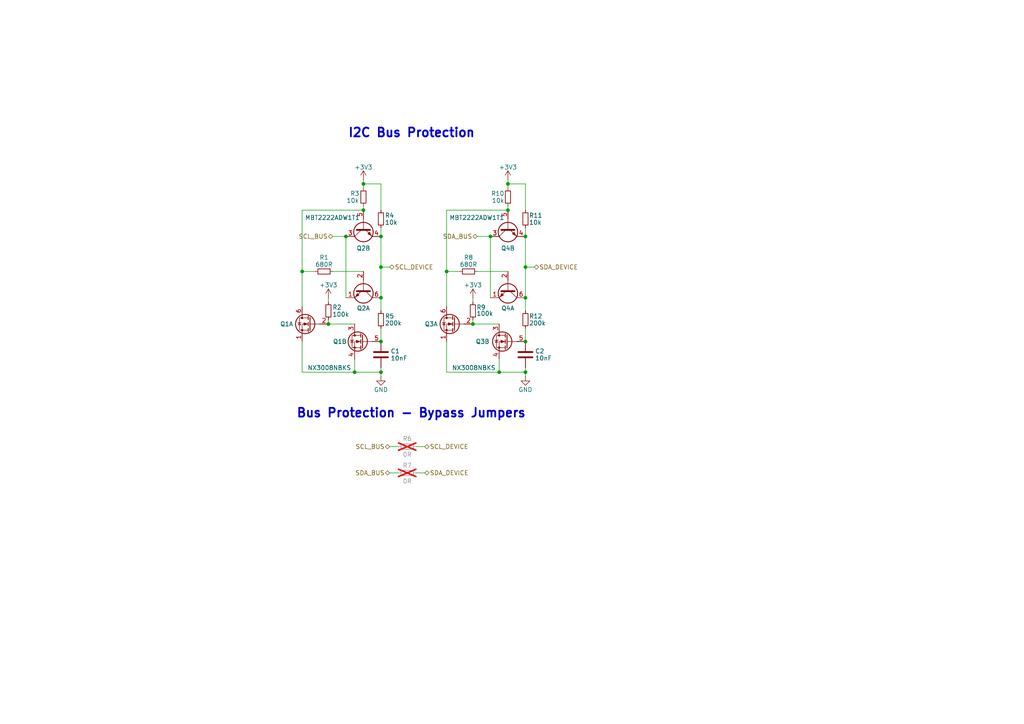
<source format=kicad_sch>
(kicad_sch
	(version 20231120)
	(generator "eeschema")
	(generator_version "8.0")
	(uuid "12983a9b-fdec-4b42-9fc9-f7bc87c0d568")
	(paper "A4")
	(lib_symbols
		(symbol "Device:C"
			(pin_numbers hide)
			(pin_names
				(offset 0.254)
			)
			(exclude_from_sim no)
			(in_bom yes)
			(on_board yes)
			(property "Reference" "C"
				(at 0.635 2.54 0)
				(effects
					(font
						(size 1.27 1.27)
					)
					(justify left)
				)
			)
			(property "Value" "C"
				(at 0.635 -2.54 0)
				(effects
					(font
						(size 1.27 1.27)
					)
					(justify left)
				)
			)
			(property "Footprint" ""
				(at 0.9652 -3.81 0)
				(effects
					(font
						(size 1.27 1.27)
					)
					(hide yes)
				)
			)
			(property "Datasheet" "~"
				(at 0 0 0)
				(effects
					(font
						(size 1.27 1.27)
					)
					(hide yes)
				)
			)
			(property "Description" "Unpolarized capacitor"
				(at 0 0 0)
				(effects
					(font
						(size 1.27 1.27)
					)
					(hide yes)
				)
			)
			(property "ki_keywords" "cap capacitor"
				(at 0 0 0)
				(effects
					(font
						(size 1.27 1.27)
					)
					(hide yes)
				)
			)
			(property "ki_fp_filters" "C_*"
				(at 0 0 0)
				(effects
					(font
						(size 1.27 1.27)
					)
					(hide yes)
				)
			)
			(symbol "C_0_1"
				(polyline
					(pts
						(xy -2.032 -0.762) (xy 2.032 -0.762)
					)
					(stroke
						(width 0.508)
						(type default)
					)
					(fill
						(type none)
					)
				)
				(polyline
					(pts
						(xy -2.032 0.762) (xy 2.032 0.762)
					)
					(stroke
						(width 0.508)
						(type default)
					)
					(fill
						(type none)
					)
				)
			)
			(symbol "C_1_1"
				(pin passive line
					(at 0 3.81 270)
					(length 2.794)
					(name "~"
						(effects
							(font
								(size 1.27 1.27)
							)
						)
					)
					(number "1"
						(effects
							(font
								(size 1.27 1.27)
							)
						)
					)
				)
				(pin passive line
					(at 0 -3.81 90)
					(length 2.794)
					(name "~"
						(effects
							(font
								(size 1.27 1.27)
							)
						)
					)
					(number "2"
						(effects
							(font
								(size 1.27 1.27)
							)
						)
					)
				)
			)
		)
		(symbol "Device:Q_Dual_NMOS_S1G1D2S2G2D1"
			(pin_names
				(offset 0) hide)
			(exclude_from_sim no)
			(in_bom yes)
			(on_board yes)
			(property "Reference" "Q"
				(at 6.35 1.27 0)
				(effects
					(font
						(size 1.27 1.27)
					)
				)
			)
			(property "Value" "Q_Dual_NMOS_S1G1D2S2G2D1"
				(at 19.05 -1.27 0)
				(effects
					(font
						(size 1.27 1.27)
					)
				)
			)
			(property "Footprint" ""
				(at 5.08 0 0)
				(effects
					(font
						(size 1.27 1.27)
					)
					(hide yes)
				)
			)
			(property "Datasheet" "~"
				(at 5.08 0 0)
				(effects
					(font
						(size 1.27 1.27)
					)
					(hide yes)
				)
			)
			(property "Description" "Dual NMOS transistor, 6 pin package"
				(at 0 0 0)
				(effects
					(font
						(size 1.27 1.27)
					)
					(hide yes)
				)
			)
			(property "ki_keywords" "transistor NMOS N-MOS N-MOSFET"
				(at 0 0 0)
				(effects
					(font
						(size 1.27 1.27)
					)
					(hide yes)
				)
			)
			(property "ki_fp_filters" "TSOP* SC?70* SC?88* SOT?363*"
				(at 0 0 0)
				(effects
					(font
						(size 1.27 1.27)
					)
					(hide yes)
				)
			)
			(symbol "Q_Dual_NMOS_S1G1D2S2G2D1_0_1"
				(polyline
					(pts
						(xy 0.254 0) (xy -2.54 0)
					)
					(stroke
						(width 0)
						(type default)
					)
					(fill
						(type none)
					)
				)
				(polyline
					(pts
						(xy 0.254 1.905) (xy 0.254 -1.905)
					)
					(stroke
						(width 0.254)
						(type default)
					)
					(fill
						(type none)
					)
				)
				(polyline
					(pts
						(xy 0.762 -1.27) (xy 0.762 -2.286)
					)
					(stroke
						(width 0.254)
						(type default)
					)
					(fill
						(type none)
					)
				)
				(polyline
					(pts
						(xy 0.762 0.508) (xy 0.762 -0.508)
					)
					(stroke
						(width 0.254)
						(type default)
					)
					(fill
						(type none)
					)
				)
				(polyline
					(pts
						(xy 0.762 2.286) (xy 0.762 1.27)
					)
					(stroke
						(width 0.254)
						(type default)
					)
					(fill
						(type none)
					)
				)
				(polyline
					(pts
						(xy 2.54 2.54) (xy 2.54 1.778)
					)
					(stroke
						(width 0)
						(type default)
					)
					(fill
						(type none)
					)
				)
				(polyline
					(pts
						(xy 2.54 -2.54) (xy 2.54 0) (xy 0.762 0)
					)
					(stroke
						(width 0)
						(type default)
					)
					(fill
						(type none)
					)
				)
				(polyline
					(pts
						(xy 0.762 -1.778) (xy 3.302 -1.778) (xy 3.302 1.778) (xy 0.762 1.778)
					)
					(stroke
						(width 0)
						(type default)
					)
					(fill
						(type none)
					)
				)
				(polyline
					(pts
						(xy 1.016 0) (xy 2.032 0.381) (xy 2.032 -0.381) (xy 1.016 0)
					)
					(stroke
						(width 0)
						(type default)
					)
					(fill
						(type outline)
					)
				)
				(polyline
					(pts
						(xy 2.794 0.508) (xy 2.921 0.381) (xy 3.683 0.381) (xy 3.81 0.254)
					)
					(stroke
						(width 0)
						(type default)
					)
					(fill
						(type none)
					)
				)
				(polyline
					(pts
						(xy 3.302 0.381) (xy 2.921 -0.254) (xy 3.683 -0.254) (xy 3.302 0.381)
					)
					(stroke
						(width 0)
						(type default)
					)
					(fill
						(type none)
					)
				)
				(circle
					(center 1.651 0)
					(radius 2.794)
					(stroke
						(width 0.254)
						(type default)
					)
					(fill
						(type none)
					)
				)
				(circle
					(center 2.54 -1.778)
					(radius 0.254)
					(stroke
						(width 0)
						(type default)
					)
					(fill
						(type outline)
					)
				)
				(circle
					(center 2.54 1.778)
					(radius 0.254)
					(stroke
						(width 0)
						(type default)
					)
					(fill
						(type outline)
					)
				)
			)
			(symbol "Q_Dual_NMOS_S1G1D2S2G2D1_1_1"
				(pin passive line
					(at 2.54 -5.08 90)
					(length 2.54)
					(name "S"
						(effects
							(font
								(size 1.27 1.27)
							)
						)
					)
					(number "1"
						(effects
							(font
								(size 1.27 1.27)
							)
						)
					)
				)
				(pin input line
					(at -5.08 0 0)
					(length 2.54)
					(name "G"
						(effects
							(font
								(size 1.27 1.27)
							)
						)
					)
					(number "2"
						(effects
							(font
								(size 1.27 1.27)
							)
						)
					)
				)
				(pin passive line
					(at 2.54 5.08 270)
					(length 2.54)
					(name "D"
						(effects
							(font
								(size 1.27 1.27)
							)
						)
					)
					(number "6"
						(effects
							(font
								(size 1.27 1.27)
							)
						)
					)
				)
			)
			(symbol "Q_Dual_NMOS_S1G1D2S2G2D1_2_1"
				(pin passive line
					(at 2.54 5.08 270)
					(length 2.54)
					(name "D"
						(effects
							(font
								(size 1.27 1.27)
							)
						)
					)
					(number "3"
						(effects
							(font
								(size 1.27 1.27)
							)
						)
					)
				)
				(pin passive line
					(at 2.54 -5.08 90)
					(length 2.54)
					(name "S"
						(effects
							(font
								(size 1.27 1.27)
							)
						)
					)
					(number "4"
						(effects
							(font
								(size 1.27 1.27)
							)
						)
					)
				)
				(pin input line
					(at -5.08 0 0)
					(length 2.54)
					(name "G"
						(effects
							(font
								(size 1.27 1.27)
							)
						)
					)
					(number "5"
						(effects
							(font
								(size 1.27 1.27)
							)
						)
					)
				)
			)
		)
		(symbol "Device:R_Small"
			(pin_numbers hide)
			(pin_names
				(offset 0.254) hide)
			(exclude_from_sim no)
			(in_bom yes)
			(on_board yes)
			(property "Reference" "R"
				(at 0.762 0.508 0)
				(effects
					(font
						(size 1.27 1.27)
					)
					(justify left)
				)
			)
			(property "Value" "R_Small"
				(at 0.762 -1.016 0)
				(effects
					(font
						(size 1.27 1.27)
					)
					(justify left)
				)
			)
			(property "Footprint" ""
				(at 0 0 0)
				(effects
					(font
						(size 1.27 1.27)
					)
					(hide yes)
				)
			)
			(property "Datasheet" "~"
				(at 0 0 0)
				(effects
					(font
						(size 1.27 1.27)
					)
					(hide yes)
				)
			)
			(property "Description" "Resistor, small symbol"
				(at 0 0 0)
				(effects
					(font
						(size 1.27 1.27)
					)
					(hide yes)
				)
			)
			(property "ki_keywords" "R resistor"
				(at 0 0 0)
				(effects
					(font
						(size 1.27 1.27)
					)
					(hide yes)
				)
			)
			(property "ki_fp_filters" "R_*"
				(at 0 0 0)
				(effects
					(font
						(size 1.27 1.27)
					)
					(hide yes)
				)
			)
			(symbol "R_Small_0_1"
				(rectangle
					(start -0.762 1.778)
					(end 0.762 -1.778)
					(stroke
						(width 0.2032)
						(type default)
					)
					(fill
						(type none)
					)
				)
			)
			(symbol "R_Small_1_1"
				(pin passive line
					(at 0 2.54 270)
					(length 0.762)
					(name "~"
						(effects
							(font
								(size 1.27 1.27)
							)
						)
					)
					(number "1"
						(effects
							(font
								(size 1.27 1.27)
							)
						)
					)
				)
				(pin passive line
					(at 0 -2.54 90)
					(length 0.762)
					(name "~"
						(effects
							(font
								(size 1.27 1.27)
							)
						)
					)
					(number "2"
						(effects
							(font
								(size 1.27 1.27)
							)
						)
					)
				)
			)
		)
		(symbol "Transistor_BJT:MBT2222ADW1T1"
			(pin_names
				(offset 0) hide)
			(exclude_from_sim no)
			(in_bom yes)
			(on_board yes)
			(property "Reference" "Q"
				(at 5.08 1.27 0)
				(effects
					(font
						(size 1.27 1.27)
					)
					(justify left)
				)
			)
			(property "Value" "MBT2222ADW1T1"
				(at 5.08 -1.27 0)
				(effects
					(font
						(size 1.27 1.27)
					)
					(justify left)
				)
			)
			(property "Footprint" "Package_TO_SOT_SMD:SOT-363_SC-70-6"
				(at 5.08 2.54 0)
				(effects
					(font
						(size 1.27 1.27)
					)
					(hide yes)
				)
			)
			(property "Datasheet" "http://www.onsemi.com/pub_link/Collateral/MBT2222ADW1T1-D.PDF"
				(at 0 0 0)
				(effects
					(font
						(size 1.27 1.27)
					)
					(hide yes)
				)
			)
			(property "Description" "600mA IC, 40V Vce, Dual NPN/NPN Transistors, SOT-363"
				(at 0 0 0)
				(effects
					(font
						(size 1.27 1.27)
					)
					(hide yes)
				)
			)
			(property "ki_locked" ""
				(at 0 0 0)
				(effects
					(font
						(size 1.27 1.27)
					)
				)
			)
			(property "ki_keywords" "NPN/NPN Transistor"
				(at 0 0 0)
				(effects
					(font
						(size 1.27 1.27)
					)
					(hide yes)
				)
			)
			(property "ki_fp_filters" "SOT?363*"
				(at 0 0 0)
				(effects
					(font
						(size 1.27 1.27)
					)
					(hide yes)
				)
			)
			(symbol "MBT2222ADW1T1_0_1"
				(polyline
					(pts
						(xy 0.635 0) (xy -2.54 0)
					)
					(stroke
						(width 0)
						(type default)
					)
					(fill
						(type none)
					)
				)
				(polyline
					(pts
						(xy 0.635 0.635) (xy 2.54 2.54)
					)
					(stroke
						(width 0)
						(type default)
					)
					(fill
						(type none)
					)
				)
				(polyline
					(pts
						(xy 0.635 -0.635) (xy 2.54 -2.54) (xy 2.54 -2.54)
					)
					(stroke
						(width 0)
						(type default)
					)
					(fill
						(type none)
					)
				)
				(polyline
					(pts
						(xy 0.635 1.905) (xy 0.635 -1.905) (xy 0.635 -1.905)
					)
					(stroke
						(width 0.508)
						(type default)
					)
					(fill
						(type none)
					)
				)
				(polyline
					(pts
						(xy 1.27 -1.778) (xy 1.778 -1.27) (xy 2.286 -2.286) (xy 1.27 -1.778) (xy 1.27 -1.778)
					)
					(stroke
						(width 0)
						(type default)
					)
					(fill
						(type outline)
					)
				)
				(circle
					(center 1.27 0)
					(radius 2.8194)
					(stroke
						(width 0.254)
						(type default)
					)
					(fill
						(type none)
					)
				)
			)
			(symbol "MBT2222ADW1T1_1_1"
				(pin passive line
					(at 2.54 -5.08 90)
					(length 2.54)
					(name "E1"
						(effects
							(font
								(size 1.27 1.27)
							)
						)
					)
					(number "1"
						(effects
							(font
								(size 1.27 1.27)
							)
						)
					)
				)
				(pin input line
					(at -5.08 0 0)
					(length 2.54)
					(name "B1"
						(effects
							(font
								(size 1.27 1.27)
							)
						)
					)
					(number "2"
						(effects
							(font
								(size 1.27 1.27)
							)
						)
					)
				)
				(pin passive line
					(at 2.54 5.08 270)
					(length 2.54)
					(name "C1"
						(effects
							(font
								(size 1.27 1.27)
							)
						)
					)
					(number "6"
						(effects
							(font
								(size 1.27 1.27)
							)
						)
					)
				)
			)
			(symbol "MBT2222ADW1T1_2_1"
				(pin passive line
					(at 2.54 5.08 270)
					(length 2.54)
					(name "C2"
						(effects
							(font
								(size 1.27 1.27)
							)
						)
					)
					(number "3"
						(effects
							(font
								(size 1.27 1.27)
							)
						)
					)
				)
				(pin passive line
					(at 2.54 -5.08 90)
					(length 2.54)
					(name "E2"
						(effects
							(font
								(size 1.27 1.27)
							)
						)
					)
					(number "4"
						(effects
							(font
								(size 1.27 1.27)
							)
						)
					)
				)
				(pin input line
					(at -5.08 0 0)
					(length 2.54)
					(name "B2"
						(effects
							(font
								(size 1.27 1.27)
							)
						)
					)
					(number "5"
						(effects
							(font
								(size 1.27 1.27)
							)
						)
					)
				)
			)
		)
		(symbol "power:+3V3"
			(power)
			(pin_numbers hide)
			(pin_names
				(offset 0) hide)
			(exclude_from_sim no)
			(in_bom yes)
			(on_board yes)
			(property "Reference" "#PWR"
				(at 0 -3.81 0)
				(effects
					(font
						(size 1.27 1.27)
					)
					(hide yes)
				)
			)
			(property "Value" "+3V3"
				(at 0 3.556 0)
				(effects
					(font
						(size 1.27 1.27)
					)
				)
			)
			(property "Footprint" ""
				(at 0 0 0)
				(effects
					(font
						(size 1.27 1.27)
					)
					(hide yes)
				)
			)
			(property "Datasheet" ""
				(at 0 0 0)
				(effects
					(font
						(size 1.27 1.27)
					)
					(hide yes)
				)
			)
			(property "Description" "Power symbol creates a global label with name \"+3V3\""
				(at 0 0 0)
				(effects
					(font
						(size 1.27 1.27)
					)
					(hide yes)
				)
			)
			(property "ki_keywords" "global power"
				(at 0 0 0)
				(effects
					(font
						(size 1.27 1.27)
					)
					(hide yes)
				)
			)
			(symbol "+3V3_0_1"
				(polyline
					(pts
						(xy -0.762 1.27) (xy 0 2.54)
					)
					(stroke
						(width 0)
						(type default)
					)
					(fill
						(type none)
					)
				)
				(polyline
					(pts
						(xy 0 0) (xy 0 2.54)
					)
					(stroke
						(width 0)
						(type default)
					)
					(fill
						(type none)
					)
				)
				(polyline
					(pts
						(xy 0 2.54) (xy 0.762 1.27)
					)
					(stroke
						(width 0)
						(type default)
					)
					(fill
						(type none)
					)
				)
			)
			(symbol "+3V3_1_1"
				(pin power_in line
					(at 0 0 90)
					(length 0)
					(name "~"
						(effects
							(font
								(size 1.27 1.27)
							)
						)
					)
					(number "1"
						(effects
							(font
								(size 1.27 1.27)
							)
						)
					)
				)
			)
		)
		(symbol "power:GND"
			(power)
			(pin_numbers hide)
			(pin_names
				(offset 0) hide)
			(exclude_from_sim no)
			(in_bom yes)
			(on_board yes)
			(property "Reference" "#PWR"
				(at 0 -6.35 0)
				(effects
					(font
						(size 1.27 1.27)
					)
					(hide yes)
				)
			)
			(property "Value" "GND"
				(at 0 -3.81 0)
				(effects
					(font
						(size 1.27 1.27)
					)
				)
			)
			(property "Footprint" ""
				(at 0 0 0)
				(effects
					(font
						(size 1.27 1.27)
					)
					(hide yes)
				)
			)
			(property "Datasheet" ""
				(at 0 0 0)
				(effects
					(font
						(size 1.27 1.27)
					)
					(hide yes)
				)
			)
			(property "Description" "Power symbol creates a global label with name \"GND\" , ground"
				(at 0 0 0)
				(effects
					(font
						(size 1.27 1.27)
					)
					(hide yes)
				)
			)
			(property "ki_keywords" "global power"
				(at 0 0 0)
				(effects
					(font
						(size 1.27 1.27)
					)
					(hide yes)
				)
			)
			(symbol "GND_0_1"
				(polyline
					(pts
						(xy 0 0) (xy 0 -1.27) (xy 1.27 -1.27) (xy 0 -2.54) (xy -1.27 -1.27) (xy 0 -1.27)
					)
					(stroke
						(width 0)
						(type default)
					)
					(fill
						(type none)
					)
				)
			)
			(symbol "GND_1_1"
				(pin power_in line
					(at 0 0 270)
					(length 0)
					(name "~"
						(effects
							(font
								(size 1.27 1.27)
							)
						)
					)
					(number "1"
						(effects
							(font
								(size 1.27 1.27)
							)
						)
					)
				)
			)
		)
	)
	(junction
		(at 87.63 78.74)
		(diameter 0)
		(color 0 0 0 0)
		(uuid "15361930-8891-45a7-8c3a-852db99c90e2")
	)
	(junction
		(at 152.4 107.95)
		(diameter 0)
		(color 0 0 0 0)
		(uuid "199c4df1-d82e-49ef-a304-0378613d48c5")
	)
	(junction
		(at 137.16 93.98)
		(diameter 0)
		(color 0 0 0 0)
		(uuid "1f6001e0-a1e5-4694-ab07-b505d8ecce4d")
	)
	(junction
		(at 105.41 60.96)
		(diameter 0)
		(color 0 0 0 0)
		(uuid "20db717c-83ca-49d6-94e7-6458df7cb7c1")
	)
	(junction
		(at 95.25 93.98)
		(diameter 0)
		(color 0 0 0 0)
		(uuid "233b710d-5a35-41da-bd0f-616df524e61a")
	)
	(junction
		(at 129.54 78.74)
		(diameter 0)
		(color 0 0 0 0)
		(uuid "3d001fe0-b037-4216-a77b-bb74cf1e972f")
	)
	(junction
		(at 110.49 86.36)
		(diameter 0)
		(color 0 0 0 0)
		(uuid "3eda1eba-430f-481a-9528-0d4672aad5e4")
	)
	(junction
		(at 147.32 53.34)
		(diameter 0)
		(color 0 0 0 0)
		(uuid "532ec3f2-17b4-4eb1-9801-f07965ebad6a")
	)
	(junction
		(at 147.32 60.96)
		(diameter 0)
		(color 0 0 0 0)
		(uuid "5da3626b-e64b-46c5-bd7e-7f2a78ef9bd6")
	)
	(junction
		(at 110.49 99.06)
		(diameter 0)
		(color 0 0 0 0)
		(uuid "8c49a4c0-9746-4a77-9fab-eeca2d4bb021")
	)
	(junction
		(at 152.4 86.36)
		(diameter 0)
		(color 0 0 0 0)
		(uuid "8fcc1967-c88b-435f-9f35-53dd60f7dc11")
	)
	(junction
		(at 110.49 68.58)
		(diameter 0)
		(color 0 0 0 0)
		(uuid "ab5fd775-dbd7-4bf5-9419-5e0a58ad5970")
	)
	(junction
		(at 144.78 107.95)
		(diameter 0)
		(color 0 0 0 0)
		(uuid "cc39e75b-83f7-4968-b9fa-700a6770a0c1")
	)
	(junction
		(at 100.33 68.58)
		(diameter 0)
		(color 0 0 0 0)
		(uuid "d1c5c6ed-3b69-45a2-b7e6-1918aaa379f1")
	)
	(junction
		(at 142.24 68.58)
		(diameter 0)
		(color 0 0 0 0)
		(uuid "dd907263-ee92-4e9d-8637-e8313deedaa2")
	)
	(junction
		(at 152.4 68.58)
		(diameter 0)
		(color 0 0 0 0)
		(uuid "e5a8f256-d569-4478-818f-563fe9d58b5e")
	)
	(junction
		(at 102.87 107.95)
		(diameter 0)
		(color 0 0 0 0)
		(uuid "e843a646-0d1e-43d4-9023-d3d30390ad43")
	)
	(junction
		(at 110.49 77.47)
		(diameter 0)
		(color 0 0 0 0)
		(uuid "f062a704-adc9-4a14-bbc5-96e1270527e6")
	)
	(junction
		(at 152.4 99.06)
		(diameter 0)
		(color 0 0 0 0)
		(uuid "f43acdea-cdc1-42f4-9974-92079397a22f")
	)
	(junction
		(at 110.49 107.95)
		(diameter 0)
		(color 0 0 0 0)
		(uuid "f88cd23b-5fc0-4758-976b-d0ea04be983c")
	)
	(junction
		(at 105.41 53.34)
		(diameter 0)
		(color 0 0 0 0)
		(uuid "fb4d94be-8868-468d-9077-6a24fd12766e")
	)
	(junction
		(at 152.4 77.47)
		(diameter 0)
		(color 0 0 0 0)
		(uuid "ff448b77-ea8d-4f92-b51f-2d096b3919cc")
	)
	(wire
		(pts
			(xy 102.87 107.95) (xy 110.49 107.95)
		)
		(stroke
			(width 0)
			(type default)
		)
		(uuid "02007a50-4412-4cdd-8882-808cebbeb97a")
	)
	(wire
		(pts
			(xy 152.4 86.36) (xy 152.4 77.47)
		)
		(stroke
			(width 0)
			(type default)
		)
		(uuid "03ed7614-a5d4-40a7-b872-f19bd0eea592")
	)
	(wire
		(pts
			(xy 120.65 129.54) (xy 123.19 129.54)
		)
		(stroke
			(width 0)
			(type default)
		)
		(uuid "06d554fc-118a-43ac-9455-c808d3be819c")
	)
	(wire
		(pts
			(xy 87.63 78.74) (xy 91.44 78.74)
		)
		(stroke
			(width 0)
			(type default)
		)
		(uuid "074f6ed0-bc1f-480d-a2e0-ba337dfa6cfa")
	)
	(wire
		(pts
			(xy 152.4 66.04) (xy 152.4 68.58)
		)
		(stroke
			(width 0)
			(type default)
		)
		(uuid "079785c4-1910-4cf5-8cc5-b07fbb90edbe")
	)
	(wire
		(pts
			(xy 105.41 52.07) (xy 105.41 53.34)
		)
		(stroke
			(width 0)
			(type default)
		)
		(uuid "082600aa-f5dd-4244-9f1b-da21a15ab637")
	)
	(wire
		(pts
			(xy 144.78 107.95) (xy 152.4 107.95)
		)
		(stroke
			(width 0)
			(type default)
		)
		(uuid "0a30a4bd-acb4-44fd-8625-dbbd0fa40eab")
	)
	(wire
		(pts
			(xy 113.03 137.16) (xy 115.57 137.16)
		)
		(stroke
			(width 0)
			(type default)
		)
		(uuid "12ea2759-a1ea-42d5-97a6-fd78a00fcace")
	)
	(wire
		(pts
			(xy 105.41 53.34) (xy 105.41 54.61)
		)
		(stroke
			(width 0)
			(type default)
		)
		(uuid "1bb7346d-b887-4eea-9265-a205c73e40d6")
	)
	(wire
		(pts
			(xy 129.54 99.06) (xy 129.54 107.95)
		)
		(stroke
			(width 0)
			(type default)
		)
		(uuid "24d753cb-ac5b-4486-ab06-18d2f230e0dc")
	)
	(wire
		(pts
			(xy 87.63 99.06) (xy 87.63 107.95)
		)
		(stroke
			(width 0)
			(type default)
		)
		(uuid "2b2b88f5-a03f-4bbd-b770-cd784187a328")
	)
	(wire
		(pts
			(xy 137.16 93.98) (xy 144.78 93.98)
		)
		(stroke
			(width 0)
			(type default)
		)
		(uuid "2b2f1d38-ca93-48e3-bd66-047b9bf8dcef")
	)
	(wire
		(pts
			(xy 110.49 107.95) (xy 110.49 106.68)
		)
		(stroke
			(width 0)
			(type default)
		)
		(uuid "2b9ed723-29ff-45dc-a1d9-304527c6d6ef")
	)
	(wire
		(pts
			(xy 137.16 92.71) (xy 137.16 93.98)
		)
		(stroke
			(width 0)
			(type default)
		)
		(uuid "2bde3344-c3a2-4df1-8588-8dbcd0c8a498")
	)
	(wire
		(pts
			(xy 129.54 78.74) (xy 129.54 60.96)
		)
		(stroke
			(width 0)
			(type default)
		)
		(uuid "2cd6d8ec-8ea9-4131-941a-398a0e828412")
	)
	(wire
		(pts
			(xy 110.49 86.36) (xy 110.49 77.47)
		)
		(stroke
			(width 0)
			(type default)
		)
		(uuid "3003c316-1007-4334-a9ef-49c283d7f04b")
	)
	(wire
		(pts
			(xy 152.4 53.34) (xy 152.4 60.96)
		)
		(stroke
			(width 0)
			(type default)
		)
		(uuid "35c8e304-7b6e-4c12-9bd8-3e7af323cd0f")
	)
	(wire
		(pts
			(xy 113.03 129.54) (xy 115.57 129.54)
		)
		(stroke
			(width 0)
			(type default)
		)
		(uuid "3d1836ed-3c77-48d2-a6b9-07c2ab5acb8d")
	)
	(wire
		(pts
			(xy 152.4 86.36) (xy 152.4 90.17)
		)
		(stroke
			(width 0)
			(type default)
		)
		(uuid "4480f3f2-70fc-4837-9923-df3b4e3f61dc")
	)
	(wire
		(pts
			(xy 96.52 68.58) (xy 100.33 68.58)
		)
		(stroke
			(width 0)
			(type default)
		)
		(uuid "46ef5ebe-3f7d-4532-a5b8-fefe880a3b45")
	)
	(wire
		(pts
			(xy 129.54 78.74) (xy 133.35 78.74)
		)
		(stroke
			(width 0)
			(type default)
		)
		(uuid "48b8ed9b-4da7-4d86-bbc0-2f36b2b42857")
	)
	(wire
		(pts
			(xy 102.87 104.14) (xy 102.87 107.95)
		)
		(stroke
			(width 0)
			(type default)
		)
		(uuid "4cb6b82d-95c3-4719-8c41-80f1d63f3205")
	)
	(wire
		(pts
			(xy 95.25 92.71) (xy 95.25 93.98)
		)
		(stroke
			(width 0)
			(type default)
		)
		(uuid "59a9d621-863a-4f43-b27d-ea222552cd40")
	)
	(wire
		(pts
			(xy 100.33 68.58) (xy 100.33 86.36)
		)
		(stroke
			(width 0)
			(type default)
		)
		(uuid "5ade2dc0-990f-49eb-952e-881358c88d35")
	)
	(wire
		(pts
			(xy 152.4 109.22) (xy 152.4 107.95)
		)
		(stroke
			(width 0)
			(type default)
		)
		(uuid "5d9d0cc2-ed12-462a-8bd6-32a07f1c4993")
	)
	(wire
		(pts
			(xy 87.63 60.96) (xy 105.41 60.96)
		)
		(stroke
			(width 0)
			(type default)
		)
		(uuid "62d3f687-0584-41ee-b3f8-d53ee1d76ae0")
	)
	(wire
		(pts
			(xy 147.32 53.34) (xy 147.32 54.61)
		)
		(stroke
			(width 0)
			(type default)
		)
		(uuid "6e3e9815-1e11-4c54-988e-b581fd79273c")
	)
	(wire
		(pts
			(xy 147.32 59.69) (xy 147.32 60.96)
		)
		(stroke
			(width 0)
			(type default)
		)
		(uuid "6fd4e91f-3ed2-4e96-bfb8-6e932501a1ae")
	)
	(wire
		(pts
			(xy 142.24 68.58) (xy 142.24 86.36)
		)
		(stroke
			(width 0)
			(type default)
		)
		(uuid "7023e975-ad23-40b9-9342-909d835b3131")
	)
	(wire
		(pts
			(xy 105.41 53.34) (xy 110.49 53.34)
		)
		(stroke
			(width 0)
			(type default)
		)
		(uuid "805401a3-e248-4696-8c3b-16e8e175188b")
	)
	(wire
		(pts
			(xy 110.49 109.22) (xy 110.49 107.95)
		)
		(stroke
			(width 0)
			(type default)
		)
		(uuid "88b87f54-71d4-4ba8-baa9-a1c4ba7e97e0")
	)
	(wire
		(pts
			(xy 144.78 104.14) (xy 144.78 107.95)
		)
		(stroke
			(width 0)
			(type default)
		)
		(uuid "88bd220a-f4b8-4a79-be15-f326854a9b6b")
	)
	(wire
		(pts
			(xy 137.16 86.36) (xy 137.16 87.63)
		)
		(stroke
			(width 0)
			(type default)
		)
		(uuid "893d3ce4-a84d-4bef-ab36-985ad41a5587")
	)
	(wire
		(pts
			(xy 138.43 78.74) (xy 147.32 78.74)
		)
		(stroke
			(width 0)
			(type default)
		)
		(uuid "8d028b43-7ec6-4b41-9985-7872aa7fe4c6")
	)
	(wire
		(pts
			(xy 147.32 52.07) (xy 147.32 53.34)
		)
		(stroke
			(width 0)
			(type default)
		)
		(uuid "901e497d-6cfb-4970-b184-1a0d059348d5")
	)
	(wire
		(pts
			(xy 152.4 107.95) (xy 152.4 106.68)
		)
		(stroke
			(width 0)
			(type default)
		)
		(uuid "92f113f7-e6e8-4f72-a807-68dbfcd00238")
	)
	(wire
		(pts
			(xy 129.54 107.95) (xy 144.78 107.95)
		)
		(stroke
			(width 0)
			(type default)
		)
		(uuid "93b6c5c0-64ce-494b-a259-60595226d3ab")
	)
	(wire
		(pts
			(xy 96.52 78.74) (xy 105.41 78.74)
		)
		(stroke
			(width 0)
			(type default)
		)
		(uuid "963da098-8770-42a8-8bbe-6d24f77e5558")
	)
	(wire
		(pts
			(xy 110.49 95.25) (xy 110.49 99.06)
		)
		(stroke
			(width 0)
			(type default)
		)
		(uuid "9732c9c7-08ec-4678-a4dc-445dac41bfb7")
	)
	(wire
		(pts
			(xy 152.4 95.25) (xy 152.4 99.06)
		)
		(stroke
			(width 0)
			(type default)
		)
		(uuid "9f11dd1f-41ad-4df6-b4a1-062cfc681da1")
	)
	(wire
		(pts
			(xy 113.03 77.47) (xy 110.49 77.47)
		)
		(stroke
			(width 0)
			(type default)
		)
		(uuid "a0bd8dd6-da75-472a-ad28-f4ee8b15884b")
	)
	(wire
		(pts
			(xy 110.49 86.36) (xy 110.49 90.17)
		)
		(stroke
			(width 0)
			(type default)
		)
		(uuid "a8f8da40-d14c-445f-b9c3-7f2c3883a7ff")
	)
	(wire
		(pts
			(xy 154.94 77.47) (xy 152.4 77.47)
		)
		(stroke
			(width 0)
			(type default)
		)
		(uuid "af0bd146-1caa-4efc-9472-d7e2bcb5705e")
	)
	(wire
		(pts
			(xy 87.63 78.74) (xy 87.63 60.96)
		)
		(stroke
			(width 0)
			(type default)
		)
		(uuid "b0cf54c8-1bf9-4a83-81b3-3baa34918d95")
	)
	(wire
		(pts
			(xy 129.54 88.9) (xy 129.54 78.74)
		)
		(stroke
			(width 0)
			(type default)
		)
		(uuid "bec1165f-e830-4ee0-9988-681c9e6f66a7")
	)
	(wire
		(pts
			(xy 95.25 93.98) (xy 102.87 93.98)
		)
		(stroke
			(width 0)
			(type default)
		)
		(uuid "cfec430d-75de-4216-a2e5-598c41ab59cf")
	)
	(wire
		(pts
			(xy 152.4 77.47) (xy 152.4 68.58)
		)
		(stroke
			(width 0)
			(type default)
		)
		(uuid "d3c1ec7b-7982-4bdf-a82d-c9618bd72488")
	)
	(wire
		(pts
			(xy 120.65 137.16) (xy 123.19 137.16)
		)
		(stroke
			(width 0)
			(type default)
		)
		(uuid "d41b5d8d-6398-4b91-a6f3-0585bd957cf6")
	)
	(wire
		(pts
			(xy 110.49 77.47) (xy 110.49 68.58)
		)
		(stroke
			(width 0)
			(type default)
		)
		(uuid "d47ef5cf-3516-45b5-ba08-ad0548fe23d1")
	)
	(wire
		(pts
			(xy 110.49 53.34) (xy 110.49 60.96)
		)
		(stroke
			(width 0)
			(type default)
		)
		(uuid "d784f38d-8e4d-4d25-a228-4bee2481e91a")
	)
	(wire
		(pts
			(xy 87.63 88.9) (xy 87.63 78.74)
		)
		(stroke
			(width 0)
			(type default)
		)
		(uuid "d7dbd8e1-0474-445e-8b6e-1cb3e58474a9")
	)
	(wire
		(pts
			(xy 87.63 107.95) (xy 102.87 107.95)
		)
		(stroke
			(width 0)
			(type default)
		)
		(uuid "e0e89e58-3606-4c4c-9aef-99e361b62291")
	)
	(wire
		(pts
			(xy 110.49 66.04) (xy 110.49 68.58)
		)
		(stroke
			(width 0)
			(type default)
		)
		(uuid "e520b1fa-6ead-4cca-ba52-8d6d46d0f672")
	)
	(wire
		(pts
			(xy 129.54 60.96) (xy 147.32 60.96)
		)
		(stroke
			(width 0)
			(type default)
		)
		(uuid "ea2b5eca-3c26-4015-b5e2-cc6eba5fbbba")
	)
	(wire
		(pts
			(xy 105.41 59.69) (xy 105.41 60.96)
		)
		(stroke
			(width 0)
			(type default)
		)
		(uuid "ed4568d2-70f1-4034-b9d8-babf6c9e931a")
	)
	(wire
		(pts
			(xy 138.43 68.58) (xy 142.24 68.58)
		)
		(stroke
			(width 0)
			(type default)
		)
		(uuid "f147e92b-3b2a-480f-93e5-0a2a25b76917")
	)
	(wire
		(pts
			(xy 152.4 53.34) (xy 147.32 53.34)
		)
		(stroke
			(width 0)
			(type default)
		)
		(uuid "f3e7db7c-11d5-44a8-9ea4-59d5e3b5a346")
	)
	(wire
		(pts
			(xy 95.25 86.36) (xy 95.25 87.63)
		)
		(stroke
			(width 0)
			(type default)
		)
		(uuid "fa43c924-e3a5-4b54-91a8-e781ea21cc65")
	)
	(text "Bus Protection - Bypass Jumpers"
		(exclude_from_sim no)
		(at 85.852 121.412 0)
		(effects
			(font
				(size 2.54 2.54)
				(thickness 0.508)
				(bold yes)
			)
			(justify left bottom)
		)
		(uuid "53c98b96-6ca2-4029-8cbc-edcdfa88680d")
	)
	(text "I2C Bus Protection"
		(exclude_from_sim no)
		(at 100.838 40.132 0)
		(effects
			(font
				(size 2.54 2.54)
				(thickness 0.508)
				(bold yes)
			)
			(justify left bottom)
		)
		(uuid "8a9b6027-b0b4-4fca-b741-80be1d30d521")
	)
	(hierarchical_label "SCL_DEVICE"
		(shape bidirectional)
		(at 123.19 129.54 0)
		(effects
			(font
				(size 1.27 1.27)
			)
			(justify left)
		)
		(uuid "0f0e2b2d-bcd9-4412-a223-4c8ddb15c82c")
	)
	(hierarchical_label "SDA_DEVICE"
		(shape bidirectional)
		(at 154.94 77.47 0)
		(effects
			(font
				(size 1.27 1.27)
			)
			(justify left)
		)
		(uuid "2d67b78e-6efb-4198-88e3-a976746617b3")
	)
	(hierarchical_label "SCL_BUS"
		(shape bidirectional)
		(at 96.52 68.58 180)
		(effects
			(font
				(size 1.27 1.27)
			)
			(justify right)
		)
		(uuid "3d5bd3d7-e5cb-4636-9fef-cc1eb3dfbcd2")
	)
	(hierarchical_label "SDA_BUS"
		(shape bidirectional)
		(at 113.03 137.16 180)
		(effects
			(font
				(size 1.27 1.27)
			)
			(justify right)
		)
		(uuid "459b4b64-c200-44b9-9c81-5245a42de5ed")
	)
	(hierarchical_label "SDA_BUS"
		(shape bidirectional)
		(at 138.43 68.58 180)
		(effects
			(font
				(size 1.27 1.27)
			)
			(justify right)
		)
		(uuid "e54bba46-1e73-4f0f-8131-2eb84e7aec6d")
	)
	(hierarchical_label "SDA_DEVICE"
		(shape bidirectional)
		(at 123.19 137.16 0)
		(effects
			(font
				(size 1.27 1.27)
			)
			(justify left)
		)
		(uuid "f0dbb30e-2189-481b-8c03-45746f9afe09")
	)
	(hierarchical_label "SCL_DEVICE"
		(shape bidirectional)
		(at 113.03 77.47 0)
		(effects
			(font
				(size 1.27 1.27)
			)
			(justify left)
		)
		(uuid "f18ba254-73c3-4a14-905c-80d9334b2f09")
	)
	(hierarchical_label "SCL_BUS"
		(shape bidirectional)
		(at 113.03 129.54 180)
		(effects
			(font
				(size 1.27 1.27)
			)
			(justify right)
		)
		(uuid "fb70d3a5-d96b-41c4-a5da-73b079061123")
	)
	(symbol
		(lib_id "Device:R_Small")
		(at 118.11 137.16 270)
		(unit 1)
		(exclude_from_sim no)
		(in_bom yes)
		(on_board yes)
		(dnp yes)
		(uuid "01fdd3c0-b190-4767-8154-d344abb88f1a")
		(property "Reference" "R7"
			(at 118.11 135.001 90)
			(effects
				(font
					(size 1.27 1.27)
				)
			)
		)
		(property "Value" "0R"
			(at 118.11 139.573 90)
			(effects
				(font
					(size 1.27 1.27)
				)
			)
		)
		(property "Footprint" "Resistor_SMD:R_0603_1608Metric"
			(at 118.11 137.16 0)
			(effects
				(font
					(size 1.27 1.27)
				)
				(hide yes)
			)
		)
		(property "Datasheet" "~"
			(at 118.11 137.16 0)
			(effects
				(font
					(size 1.27 1.27)
				)
				(hide yes)
			)
		)
		(property "Description" "Resistor, small symbol"
			(at 118.11 137.16 0)
			(effects
				(font
					(size 1.27 1.27)
				)
				(hide yes)
			)
		)
		(property "DNI" "DNI"
			(at 118.11 139.192 90)
			(effects
				(font
					(size 1.27 1.27)
				)
				(hide yes)
			)
		)
		(pin "1"
			(uuid "91308929-ab17-4843-8f0f-046c5bd5a17d")
		)
		(pin "2"
			(uuid "e9ba6dc6-0825-470a-aeeb-14e9ac485f37")
		)
		(instances
			(project "Avionics-RWboard"
				(path "/833dc880-24c2-430b-8cf7-cc984eb87a9d/6fe6dcb0-4022-4a1b-8f5d-25ced07893ae/03ff3b45-0f20-44b5-8c22-7a21ed385685"
					(reference "R7")
					(unit 1)
				)
			)
		)
	)
	(symbol
		(lib_id "Device:R_Small")
		(at 118.11 129.54 270)
		(unit 1)
		(exclude_from_sim no)
		(in_bom yes)
		(on_board yes)
		(dnp yes)
		(uuid "06a199fc-141c-41b1-9c8b-8ed5766caaa4")
		(property "Reference" "R6"
			(at 118.11 127.254 90)
			(effects
				(font
					(size 1.27 1.27)
				)
			)
		)
		(property "Value" "0R"
			(at 118.11 131.826 90)
			(effects
				(font
					(size 1.27 1.27)
				)
			)
		)
		(property "Footprint" "Resistor_SMD:R_0603_1608Metric"
			(at 118.11 129.54 0)
			(effects
				(font
					(size 1.27 1.27)
				)
				(hide yes)
			)
		)
		(property "Datasheet" "~"
			(at 118.11 129.54 0)
			(effects
				(font
					(size 1.27 1.27)
				)
				(hide yes)
			)
		)
		(property "Description" "Resistor, small symbol"
			(at 118.11 129.54 0)
			(effects
				(font
					(size 1.27 1.27)
				)
				(hide yes)
			)
		)
		(property "DNI" "DNI"
			(at 118.11 131.572 90)
			(effects
				(font
					(size 1.27 1.27)
				)
				(hide yes)
			)
		)
		(pin "1"
			(uuid "5139d364-aae6-4600-aac8-d9503278c516")
		)
		(pin "2"
			(uuid "e1c285f4-599a-4a0d-abcd-0d631561b49a")
		)
		(instances
			(project "Avionics-RWboard"
				(path "/833dc880-24c2-430b-8cf7-cc984eb87a9d/6fe6dcb0-4022-4a1b-8f5d-25ced07893ae/03ff3b45-0f20-44b5-8c22-7a21ed385685"
					(reference "R6")
					(unit 1)
				)
			)
		)
	)
	(symbol
		(lib_id "power:+3V3")
		(at 147.32 52.07 0)
		(unit 1)
		(exclude_from_sim no)
		(in_bom yes)
		(on_board yes)
		(dnp no)
		(uuid "0b172822-0f15-47ea-a2e3-e35fda40d9fa")
		(property "Reference" "#PWR05"
			(at 147.32 55.88 0)
			(effects
				(font
					(size 1.27 1.27)
				)
				(hide yes)
			)
		)
		(property "Value" "+3V3"
			(at 147.32 48.514 0)
			(effects
				(font
					(size 1.27 1.27)
				)
			)
		)
		(property "Footprint" ""
			(at 147.32 52.07 0)
			(effects
				(font
					(size 1.27 1.27)
				)
				(hide yes)
			)
		)
		(property "Datasheet" ""
			(at 147.32 52.07 0)
			(effects
				(font
					(size 1.27 1.27)
				)
				(hide yes)
			)
		)
		(property "Description" "Power symbol creates a global label with name \"+3V3\""
			(at 147.32 52.07 0)
			(effects
				(font
					(size 1.27 1.27)
				)
				(hide yes)
			)
		)
		(pin "1"
			(uuid "5df12ff6-45e4-4c91-94f2-715a47b9736a")
		)
		(instances
			(project "Avionics-RWboard"
				(path "/833dc880-24c2-430b-8cf7-cc984eb87a9d/6fe6dcb0-4022-4a1b-8f5d-25ced07893ae/03ff3b45-0f20-44b5-8c22-7a21ed385685"
					(reference "#PWR05")
					(unit 1)
				)
			)
		)
	)
	(symbol
		(lib_id "Device:R_Small")
		(at 147.32 57.15 0)
		(unit 1)
		(exclude_from_sim no)
		(in_bom yes)
		(on_board yes)
		(dnp no)
		(uuid "0c98ed4c-550a-49e7-b8b5-c852096c21f8")
		(property "Reference" "R10"
			(at 146.304 56.134 0)
			(effects
				(font
					(size 1.27 1.27)
				)
				(justify right)
			)
		)
		(property "Value" "10k"
			(at 146.304 58.166 0)
			(effects
				(font
					(size 1.27 1.27)
				)
				(justify right)
			)
		)
		(property "Footprint" "Resistor_SMD:R_0603_1608Metric"
			(at 147.32 57.15 0)
			(effects
				(font
					(size 1.27 1.27)
				)
				(hide yes)
			)
		)
		(property "Datasheet" "~"
			(at 147.32 57.15 0)
			(effects
				(font
					(size 1.27 1.27)
				)
				(hide yes)
			)
		)
		(property "Description" "Resistor, small symbol"
			(at 147.32 57.15 0)
			(effects
				(font
					(size 1.27 1.27)
				)
				(hide yes)
			)
		)
		(pin "1"
			(uuid "d85bddbb-3b8a-4685-a7a3-16ebd6007121")
		)
		(pin "2"
			(uuid "a2d194bf-f301-4554-a7fc-dfd9455fdac5")
		)
		(instances
			(project "Avionics-RWboard"
				(path "/833dc880-24c2-430b-8cf7-cc984eb87a9d/6fe6dcb0-4022-4a1b-8f5d-25ced07893ae/03ff3b45-0f20-44b5-8c22-7a21ed385685"
					(reference "R10")
					(unit 1)
				)
			)
		)
	)
	(symbol
		(lib_id "Transistor_BJT:MBT2222ADW1T1")
		(at 105.41 66.04 90)
		(mirror x)
		(unit 2)
		(exclude_from_sim no)
		(in_bom yes)
		(on_board yes)
		(dnp no)
		(uuid "17491fc7-11ca-47a7-a170-6a37307935e2")
		(property "Reference" "Q2"
			(at 105.41 72.009 90)
			(effects
				(font
					(size 1.27 1.27)
				)
			)
		)
		(property "Value" "MBT2222ADW1T1"
			(at 96.393 63.119 90)
			(effects
				(font
					(size 1.27 1.27)
				)
			)
		)
		(property "Footprint" "Package_TO_SOT_SMD:SOT-363_SC-70-6"
			(at 102.87 71.12 0)
			(effects
				(font
					(size 1.27 1.27)
				)
				(hide yes)
			)
		)
		(property "Datasheet" "http://www.onsemi.com/pub_link/Collateral/MBT2222ADW1T1-D.PDF"
			(at 105.41 66.04 0)
			(effects
				(font
					(size 1.27 1.27)
				)
				(hide yes)
			)
		)
		(property "Description" "600mA IC, 40V Vce, Dual NPN/NPN Transistors, SOT-363"
			(at 105.41 66.04 0)
			(effects
				(font
					(size 1.27 1.27)
				)
				(hide yes)
			)
		)
		(property "Flight" "MBT2222ADW1T1G"
			(at 105.41 66.04 0)
			(effects
				(font
					(size 1.27 1.27)
				)
				(hide yes)
			)
		)
		(property "Manufacturer_Name" "ON Semiconductor"
			(at 105.41 66.04 0)
			(effects
				(font
					(size 1.27 1.27)
				)
				(hide yes)
			)
		)
		(property "Manufacturer_Part_Number" "MBT2222ADW1T1G"
			(at 102.87 72.009 0)
			(effects
				(font
					(size 1.27 1.27)
				)
				(hide yes)
			)
		)
		(property "Proto" "MBT2222ADW1T1G"
			(at 105.41 66.04 0)
			(effects
				(font
					(size 1.27 1.27)
				)
				(hide yes)
			)
		)
		(pin "1"
			(uuid "ff55ad30-7151-4fcd-9661-cca266c41bb7")
		)
		(pin "2"
			(uuid "0e63b8f7-4ee5-4011-b5e4-378c9326accd")
		)
		(pin "6"
			(uuid "57444f81-9a1a-4b0a-86fb-38585ca8f3c0")
		)
		(pin "3"
			(uuid "5a6c3c79-5065-46ed-aa00-a4a4512c08ae")
		)
		(pin "4"
			(uuid "0f9d53c4-c3df-4e34-9ccd-13e92f30aa16")
		)
		(pin "5"
			(uuid "56f2d3e7-3fb9-4d9d-bfd9-947c32a83ffb")
		)
		(instances
			(project "Avionics-RWboard"
				(path "/833dc880-24c2-430b-8cf7-cc984eb87a9d/6fe6dcb0-4022-4a1b-8f5d-25ced07893ae/03ff3b45-0f20-44b5-8c22-7a21ed385685"
					(reference "Q2")
					(unit 2)
				)
			)
		)
	)
	(symbol
		(lib_id "Device:R_Small")
		(at 95.25 90.17 0)
		(unit 1)
		(exclude_from_sim no)
		(in_bom yes)
		(on_board yes)
		(dnp no)
		(uuid "2203a265-b905-451a-b013-22cc264bb919")
		(property "Reference" "R2"
			(at 96.393 89.154 0)
			(effects
				(font
					(size 1.27 1.27)
				)
				(justify left)
			)
		)
		(property "Value" "100k"
			(at 96.393 91.186 0)
			(effects
				(font
					(size 1.27 1.27)
				)
				(justify left)
			)
		)
		(property "Footprint" "Resistor_SMD:R_0603_1608Metric"
			(at 95.25 90.17 0)
			(effects
				(font
					(size 1.27 1.27)
				)
				(hide yes)
			)
		)
		(property "Datasheet" "~"
			(at 95.25 90.17 0)
			(effects
				(font
					(size 1.27 1.27)
				)
				(hide yes)
			)
		)
		(property "Description" "Resistor, small symbol"
			(at 95.25 90.17 0)
			(effects
				(font
					(size 1.27 1.27)
				)
				(hide yes)
			)
		)
		(pin "1"
			(uuid "7d52d1b4-6889-4e44-a4ab-e9b51a956a8d")
		)
		(pin "2"
			(uuid "69e3a7ea-0a11-4b19-9ec5-4fffd607f9d6")
		)
		(instances
			(project "Avionics-RWboard"
				(path "/833dc880-24c2-430b-8cf7-cc984eb87a9d/6fe6dcb0-4022-4a1b-8f5d-25ced07893ae/03ff3b45-0f20-44b5-8c22-7a21ed385685"
					(reference "R2")
					(unit 1)
				)
			)
		)
	)
	(symbol
		(lib_id "power:GND")
		(at 110.49 109.22 0)
		(unit 1)
		(exclude_from_sim no)
		(in_bom yes)
		(on_board yes)
		(dnp no)
		(uuid "312102ac-73c0-49d7-916d-d8bfc9810e80")
		(property "Reference" "#PWR03"
			(at 110.49 115.57 0)
			(effects
				(font
					(size 1.27 1.27)
				)
				(hide yes)
			)
		)
		(property "Value" "GND"
			(at 110.49 113.03 0)
			(effects
				(font
					(size 1.27 1.27)
				)
			)
		)
		(property "Footprint" ""
			(at 110.49 109.22 0)
			(effects
				(font
					(size 1.27 1.27)
				)
				(hide yes)
			)
		)
		(property "Datasheet" ""
			(at 110.49 109.22 0)
			(effects
				(font
					(size 1.27 1.27)
				)
				(hide yes)
			)
		)
		(property "Description" "Power symbol creates a global label with name \"GND\" , ground"
			(at 110.49 109.22 0)
			(effects
				(font
					(size 1.27 1.27)
				)
				(hide yes)
			)
		)
		(pin "1"
			(uuid "607e2dff-80ba-407b-a89a-5724d8de762f")
		)
		(instances
			(project "Avionics-RWboard"
				(path "/833dc880-24c2-430b-8cf7-cc984eb87a9d/6fe6dcb0-4022-4a1b-8f5d-25ced07893ae/03ff3b45-0f20-44b5-8c22-7a21ed385685"
					(reference "#PWR03")
					(unit 1)
				)
			)
		)
	)
	(symbol
		(lib_id "Transistor_BJT:MBT2222ADW1T1")
		(at 105.41 83.82 270)
		(unit 1)
		(exclude_from_sim no)
		(in_bom yes)
		(on_board yes)
		(dnp no)
		(uuid "34686650-b723-4109-8645-f3f093c565a3")
		(property "Reference" "Q2"
			(at 105.41 89.408 90)
			(effects
				(font
					(size 1.27 1.27)
				)
			)
		)
		(property "Value" "MBT2222ADW1T1"
			(at 105.41 92.1004 90)
			(effects
				(font
					(size 1.27 1.27)
				)
				(hide yes)
			)
		)
		(property "Footprint" "Package_TO_SOT_SMD:SOT-363_SC-70-6"
			(at 107.95 88.9 0)
			(effects
				(font
					(size 1.27 1.27)
				)
				(hide yes)
			)
		)
		(property "Datasheet" "http://www.onsemi.com/pub_link/Collateral/MBT2222ADW1T1-D.PDF"
			(at 105.41 83.82 0)
			(effects
				(font
					(size 1.27 1.27)
				)
				(hide yes)
			)
		)
		(property "Description" "600mA IC, 40V Vce, Dual NPN/NPN Transistors, SOT-363"
			(at 105.41 83.82 0)
			(effects
				(font
					(size 1.27 1.27)
				)
				(hide yes)
			)
		)
		(property "Flight" "MBT2222ADW1T1G"
			(at 105.41 83.82 0)
			(effects
				(font
					(size 1.27 1.27)
				)
				(hide yes)
			)
		)
		(property "Manufacturer_Name" "ON Semiconductor"
			(at 105.41 83.82 0)
			(effects
				(font
					(size 1.27 1.27)
				)
				(hide yes)
			)
		)
		(property "Manufacturer_Part_Number" "MBT2222ADW1T1G"
			(at 107.95 89.8144 0)
			(effects
				(font
					(size 1.27 1.27)
				)
				(hide yes)
			)
		)
		(property "Proto" "MBT2222ADW1T1G"
			(at 105.41 83.82 0)
			(effects
				(font
					(size 1.27 1.27)
				)
				(hide yes)
			)
		)
		(pin "1"
			(uuid "0f7d3c3c-25b5-4670-bb76-9d2a125cdf9d")
		)
		(pin "2"
			(uuid "0634d54b-2ac1-49aa-8faf-722e203e3d33")
		)
		(pin "6"
			(uuid "dec9e458-3b05-4dd9-b0aa-7e7bc51a7e19")
		)
		(pin "3"
			(uuid "b1157be3-e726-4e76-92b3-6da9b74ad19d")
		)
		(pin "4"
			(uuid "f3a55c8e-e6a7-46d9-8bf2-921f42a131d5")
		)
		(pin "5"
			(uuid "10fc518a-e059-49d4-b7e4-491c10b0856b")
		)
		(instances
			(project "Avionics-RWboard"
				(path "/833dc880-24c2-430b-8cf7-cc984eb87a9d/6fe6dcb0-4022-4a1b-8f5d-25ced07893ae/03ff3b45-0f20-44b5-8c22-7a21ed385685"
					(reference "Q2")
					(unit 1)
				)
			)
		)
	)
	(symbol
		(lib_id "Device:Q_Dual_NMOS_S1G1D2S2G2D1")
		(at 132.08 93.98 0)
		(mirror y)
		(unit 1)
		(exclude_from_sim no)
		(in_bom yes)
		(on_board yes)
		(dnp no)
		(uuid "46b04cc1-103e-4bb0-8d03-1eed96a238f4")
		(property "Reference" "Q3"
			(at 127 93.98 0)
			(effects
				(font
					(size 1.27 1.27)
				)
				(justify left)
			)
		)
		(property "Value" "NX3008NBKS"
			(at 143.764 106.68 0)
			(effects
				(font
					(size 1.27 1.27)
				)
				(justify left)
			)
		)
		(property "Footprint" "Package_TO_SOT_SMD:SOT-363_SC-70-6"
			(at 127 93.98 0)
			(effects
				(font
					(size 1.27 1.27)
				)
				(hide yes)
			)
		)
		(property "Datasheet" "~"
			(at 127 93.98 0)
			(effects
				(font
					(size 1.27 1.27)
				)
				(hide yes)
			)
		)
		(property "Description" "Dual NMOS transistor, 6 pin package"
			(at 132.08 93.98 0)
			(effects
				(font
					(size 1.27 1.27)
				)
				(hide yes)
			)
		)
		(property "Manufacturer_Name" "Nexperia USA Inc."
			(at 146.05 115.57 0)
			(effects
				(font
					(size 1.27 1.27)
				)
				(justify left)
				(hide yes)
			)
		)
		(property "Manufacturer_Part_Number" "NX3008NBKS"
			(at 146.05 118.11 0)
			(effects
				(font
					(size 1.27 1.27)
				)
				(justify left)
				(hide yes)
			)
		)
		(property "Proto" "BSS138DWQ-7"
			(at 132.08 93.98 0)
			(effects
				(font
					(size 1.27 1.27)
				)
				(hide yes)
			)
		)
		(pin "1"
			(uuid "78733d1e-210a-4349-a3ab-114905f2bbe2")
		)
		(pin "2"
			(uuid "487be86d-90da-4c28-9236-b36e21e068f4")
		)
		(pin "6"
			(uuid "0d75ef1a-9d86-4164-88d4-3564140e344a")
		)
		(pin "3"
			(uuid "8c9f566b-b3e3-4e48-9b56-1310b0cb796a")
		)
		(pin "4"
			(uuid "186bfecb-2556-4deb-9891-a3203e318157")
		)
		(pin "5"
			(uuid "a293e444-ddf8-4653-813f-649586227d97")
		)
		(instances
			(project "Avionics-RWboard"
				(path "/833dc880-24c2-430b-8cf7-cc984eb87a9d/6fe6dcb0-4022-4a1b-8f5d-25ced07893ae/03ff3b45-0f20-44b5-8c22-7a21ed385685"
					(reference "Q3")
					(unit 1)
				)
			)
		)
	)
	(symbol
		(lib_id "power:+3V3")
		(at 95.25 86.36 0)
		(unit 1)
		(exclude_from_sim no)
		(in_bom yes)
		(on_board yes)
		(dnp no)
		(uuid "4c6df85d-9ec6-46f8-9696-294f13676365")
		(property "Reference" "#PWR01"
			(at 95.25 90.17 0)
			(effects
				(font
					(size 1.27 1.27)
				)
				(hide yes)
			)
		)
		(property "Value" "+3V3"
			(at 95.25 82.677 0)
			(effects
				(font
					(size 1.27 1.27)
				)
			)
		)
		(property "Footprint" ""
			(at 95.25 86.36 0)
			(effects
				(font
					(size 1.27 1.27)
				)
				(hide yes)
			)
		)
		(property "Datasheet" ""
			(at 95.25 86.36 0)
			(effects
				(font
					(size 1.27 1.27)
				)
				(hide yes)
			)
		)
		(property "Description" "Power symbol creates a global label with name \"+3V3\""
			(at 95.25 86.36 0)
			(effects
				(font
					(size 1.27 1.27)
				)
				(hide yes)
			)
		)
		(pin "1"
			(uuid "324e139f-f4d4-4323-8cf0-a1eb74c7d9aa")
		)
		(instances
			(project "Avionics-RWboard"
				(path "/833dc880-24c2-430b-8cf7-cc984eb87a9d/6fe6dcb0-4022-4a1b-8f5d-25ced07893ae/03ff3b45-0f20-44b5-8c22-7a21ed385685"
					(reference "#PWR01")
					(unit 1)
				)
			)
		)
	)
	(symbol
		(lib_id "Device:C")
		(at 110.49 102.87 0)
		(unit 1)
		(exclude_from_sim no)
		(in_bom yes)
		(on_board yes)
		(dnp no)
		(uuid "504687d3-30c4-429e-aa49-2150d6dc5e8d")
		(property "Reference" "C1"
			(at 113.284 101.854 0)
			(effects
				(font
					(size 1.27 1.27)
				)
				(justify left)
			)
		)
		(property "Value" "10nF"
			(at 113.284 103.9114 0)
			(effects
				(font
					(size 1.27 1.27)
				)
				(justify left)
			)
		)
		(property "Footprint" "Capacitor_SMD:C_0603_1608Metric"
			(at 111.4552 106.68 0)
			(effects
				(font
					(size 1.27 1.27)
				)
				(hide yes)
			)
		)
		(property "Datasheet" "~"
			(at 110.49 102.87 0)
			(effects
				(font
					(size 1.27 1.27)
				)
				(hide yes)
			)
		)
		(property "Description" "Unpolarized capacitor"
			(at 110.49 102.87 0)
			(effects
				(font
					(size 1.27 1.27)
				)
				(hide yes)
			)
		)
		(pin "1"
			(uuid "d14bbc2f-747b-4299-8023-2eebff1be5d4")
		)
		(pin "2"
			(uuid "82d6486d-f1f2-4a84-b4e2-5b830bc00f7a")
		)
		(instances
			(project "Avionics-RWboard"
				(path "/833dc880-24c2-430b-8cf7-cc984eb87a9d/6fe6dcb0-4022-4a1b-8f5d-25ced07893ae/03ff3b45-0f20-44b5-8c22-7a21ed385685"
					(reference "C1")
					(unit 1)
				)
			)
		)
	)
	(symbol
		(lib_id "Device:C")
		(at 152.4 102.87 0)
		(unit 1)
		(exclude_from_sim no)
		(in_bom yes)
		(on_board yes)
		(dnp no)
		(uuid "522f06c9-b75e-42e1-8c35-50aa0b2ca339")
		(property "Reference" "C2"
			(at 155.194 101.854 0)
			(effects
				(font
					(size 1.27 1.27)
				)
				(justify left)
			)
		)
		(property "Value" "10nF"
			(at 155.194 103.886 0)
			(effects
				(font
					(size 1.27 1.27)
				)
				(justify left)
			)
		)
		(property "Footprint" "Capacitor_SMD:C_0603_1608Metric"
			(at 153.3652 106.68 0)
			(effects
				(font
					(size 1.27 1.27)
				)
				(hide yes)
			)
		)
		(property "Datasheet" "~"
			(at 152.4 102.87 0)
			(effects
				(font
					(size 1.27 1.27)
				)
				(hide yes)
			)
		)
		(property "Description" "Unpolarized capacitor"
			(at 152.4 102.87 0)
			(effects
				(font
					(size 1.27 1.27)
				)
				(hide yes)
			)
		)
		(pin "1"
			(uuid "53be53c0-1936-467a-9c45-0d45dfa2ebf2")
		)
		(pin "2"
			(uuid "bb497138-3f0f-49aa-84b2-300f1137cbf8")
		)
		(instances
			(project "Avionics-RWboard"
				(path "/833dc880-24c2-430b-8cf7-cc984eb87a9d/6fe6dcb0-4022-4a1b-8f5d-25ced07893ae/03ff3b45-0f20-44b5-8c22-7a21ed385685"
					(reference "C2")
					(unit 1)
				)
			)
		)
	)
	(symbol
		(lib_id "Transistor_BJT:MBT2222ADW1T1")
		(at 147.32 83.82 270)
		(unit 1)
		(exclude_from_sim no)
		(in_bom yes)
		(on_board yes)
		(dnp no)
		(uuid "5f894115-0e4f-4850-b4cd-2f9f355883a7")
		(property "Reference" "Q4"
			(at 147.32 89.408 90)
			(effects
				(font
					(size 1.27 1.27)
				)
			)
		)
		(property "Value" "MBT2222ADW1T1"
			(at 147.32 92.1004 90)
			(effects
				(font
					(size 1.27 1.27)
				)
				(hide yes)
			)
		)
		(property "Footprint" "Package_TO_SOT_SMD:SOT-363_SC-70-6"
			(at 149.86 88.9 0)
			(effects
				(font
					(size 1.27 1.27)
				)
				(hide yes)
			)
		)
		(property "Datasheet" "http://www.onsemi.com/pub_link/Collateral/MBT2222ADW1T1-D.PDF"
			(at 147.32 83.82 0)
			(effects
				(font
					(size 1.27 1.27)
				)
				(hide yes)
			)
		)
		(property "Description" "600mA IC, 40V Vce, Dual NPN/NPN Transistors, SOT-363"
			(at 147.32 83.82 0)
			(effects
				(font
					(size 1.27 1.27)
				)
				(hide yes)
			)
		)
		(property "Flight" "MBT2222ADW1T1G"
			(at 147.32 83.82 0)
			(effects
				(font
					(size 1.27 1.27)
				)
				(hide yes)
			)
		)
		(property "Manufacturer_Name" "ON Semiconductor"
			(at 147.32 83.82 0)
			(effects
				(font
					(size 1.27 1.27)
				)
				(hide yes)
			)
		)
		(property "Manufacturer_Part_Number" "MBT2222ADW1T1G"
			(at 149.86 89.8144 0)
			(effects
				(font
					(size 1.27 1.27)
				)
				(hide yes)
			)
		)
		(property "Proto" "MBT2222ADW1T1G"
			(at 147.32 83.82 0)
			(effects
				(font
					(size 1.27 1.27)
				)
				(hide yes)
			)
		)
		(pin "1"
			(uuid "3353d000-be8d-4199-81a4-be6b8388950a")
		)
		(pin "2"
			(uuid "349b04c5-cf23-4761-a778-f0d8ad978191")
		)
		(pin "6"
			(uuid "78a4d315-b772-470c-a743-2a83564fd0cc")
		)
		(pin "3"
			(uuid "14c0fcda-d27c-4dce-a211-7b0d3a397364")
		)
		(pin "4"
			(uuid "f8931fb9-9ae4-40f0-b6f6-80ae0736c350")
		)
		(pin "5"
			(uuid "1a995c84-1824-43f8-8816-aec9c8256675")
		)
		(instances
			(project "Avionics-RWboard"
				(path "/833dc880-24c2-430b-8cf7-cc984eb87a9d/6fe6dcb0-4022-4a1b-8f5d-25ced07893ae/03ff3b45-0f20-44b5-8c22-7a21ed385685"
					(reference "Q4")
					(unit 1)
				)
			)
		)
	)
	(symbol
		(lib_id "Transistor_BJT:MBT2222ADW1T1")
		(at 147.32 66.04 90)
		(mirror x)
		(unit 2)
		(exclude_from_sim no)
		(in_bom yes)
		(on_board yes)
		(dnp no)
		(uuid "60e10ccd-f00e-4b95-80e2-7691f0d51b49")
		(property "Reference" "Q4"
			(at 147.32 72.009 90)
			(effects
				(font
					(size 1.27 1.27)
				)
			)
		)
		(property "Value" "MBT2222ADW1T1"
			(at 138.303 63.119 90)
			(effects
				(font
					(size 1.27 1.27)
				)
			)
		)
		(property "Footprint" "Package_TO_SOT_SMD:SOT-363_SC-70-6"
			(at 144.78 71.12 0)
			(effects
				(font
					(size 1.27 1.27)
				)
				(hide yes)
			)
		)
		(property "Datasheet" "http://www.onsemi.com/pub_link/Collateral/MBT2222ADW1T1-D.PDF"
			(at 147.32 66.04 0)
			(effects
				(font
					(size 1.27 1.27)
				)
				(hide yes)
			)
		)
		(property "Description" "600mA IC, 40V Vce, Dual NPN/NPN Transistors, SOT-363"
			(at 147.32 66.04 0)
			(effects
				(font
					(size 1.27 1.27)
				)
				(hide yes)
			)
		)
		(property "Flight" "MBT2222ADW1T1G"
			(at 147.32 66.04 0)
			(effects
				(font
					(size 1.27 1.27)
				)
				(hide yes)
			)
		)
		(property "Manufacturer_Name" "ON Semiconductor"
			(at 147.32 66.04 0)
			(effects
				(font
					(size 1.27 1.27)
				)
				(hide yes)
			)
		)
		(property "Manufacturer_Part_Number" "MBT2222ADW1T1G"
			(at 144.78 72.009 0)
			(effects
				(font
					(size 1.27 1.27)
				)
				(hide yes)
			)
		)
		(property "Proto" "MBT2222ADW1T1G"
			(at 147.32 66.04 0)
			(effects
				(font
					(size 1.27 1.27)
				)
				(hide yes)
			)
		)
		(pin "1"
			(uuid "bca4f456-7b81-4331-a6c8-d93dcbd70ec0")
		)
		(pin "2"
			(uuid "4a085591-70e5-4b8d-a6f6-5a86ac01dae6")
		)
		(pin "6"
			(uuid "35d7e604-c4ff-4050-bccc-c135c85ce12f")
		)
		(pin "3"
			(uuid "b09204b9-9f98-4545-aa4d-547f95b21423")
		)
		(pin "4"
			(uuid "0fde0905-3798-465a-8f6e-cad0004783b7")
		)
		(pin "5"
			(uuid "2d688a2b-a6ab-46f6-a0c0-c78ac9523194")
		)
		(instances
			(project "Avionics-RWboard"
				(path "/833dc880-24c2-430b-8cf7-cc984eb87a9d/6fe6dcb0-4022-4a1b-8f5d-25ced07893ae/03ff3b45-0f20-44b5-8c22-7a21ed385685"
					(reference "Q4")
					(unit 2)
				)
			)
		)
	)
	(symbol
		(lib_id "Device:R_Small")
		(at 110.49 92.71 0)
		(unit 1)
		(exclude_from_sim no)
		(in_bom yes)
		(on_board yes)
		(dnp no)
		(uuid "6e825c6c-8a56-4acd-a432-736464d6de1d")
		(property "Reference" "R5"
			(at 111.633 91.694 0)
			(effects
				(font
					(size 1.27 1.27)
				)
				(justify left)
			)
		)
		(property "Value" "200k"
			(at 111.633 93.726 0)
			(effects
				(font
					(size 1.27 1.27)
				)
				(justify left)
			)
		)
		(property "Footprint" "Resistor_SMD:R_0603_1608Metric"
			(at 110.49 92.71 0)
			(effects
				(font
					(size 1.27 1.27)
				)
				(hide yes)
			)
		)
		(property "Datasheet" "~"
			(at 110.49 92.71 0)
			(effects
				(font
					(size 1.27 1.27)
				)
				(hide yes)
			)
		)
		(property "Description" "Resistor, small symbol"
			(at 110.49 92.71 0)
			(effects
				(font
					(size 1.27 1.27)
				)
				(hide yes)
			)
		)
		(pin "1"
			(uuid "69f8a349-bff4-46e0-843e-9aac3381fede")
		)
		(pin "2"
			(uuid "9bd0c816-2151-46d7-8403-01365b386228")
		)
		(instances
			(project "Avionics-RWboard"
				(path "/833dc880-24c2-430b-8cf7-cc984eb87a9d/6fe6dcb0-4022-4a1b-8f5d-25ced07893ae/03ff3b45-0f20-44b5-8c22-7a21ed385685"
					(reference "R5")
					(unit 1)
				)
			)
		)
	)
	(symbol
		(lib_id "Device:R_Small")
		(at 110.49 63.5 0)
		(unit 1)
		(exclude_from_sim no)
		(in_bom yes)
		(on_board yes)
		(dnp no)
		(uuid "720eec58-8ef2-41da-bf96-69265d9ade2e")
		(property "Reference" "R4"
			(at 111.633 62.484 0)
			(effects
				(font
					(size 1.27 1.27)
				)
				(justify left)
			)
		)
		(property "Value" "10k"
			(at 111.633 64.516 0)
			(effects
				(font
					(size 1.27 1.27)
				)
				(justify left)
			)
		)
		(property "Footprint" "Resistor_SMD:R_0603_1608Metric"
			(at 110.49 63.5 0)
			(effects
				(font
					(size 1.27 1.27)
				)
				(hide yes)
			)
		)
		(property "Datasheet" "~"
			(at 110.49 63.5 0)
			(effects
				(font
					(size 1.27 1.27)
				)
				(hide yes)
			)
		)
		(property "Description" "Resistor, small symbol"
			(at 110.49 63.5 0)
			(effects
				(font
					(size 1.27 1.27)
				)
				(hide yes)
			)
		)
		(pin "1"
			(uuid "08a4e67d-5919-450a-b0e2-74b0bc619438")
		)
		(pin "2"
			(uuid "1938407c-9257-46d0-bbd6-198d1b2c5360")
		)
		(instances
			(project "Avionics-RWboard"
				(path "/833dc880-24c2-430b-8cf7-cc984eb87a9d/6fe6dcb0-4022-4a1b-8f5d-25ced07893ae/03ff3b45-0f20-44b5-8c22-7a21ed385685"
					(reference "R4")
					(unit 1)
				)
			)
		)
	)
	(symbol
		(lib_id "Device:R_Small")
		(at 152.4 92.71 0)
		(unit 1)
		(exclude_from_sim no)
		(in_bom yes)
		(on_board yes)
		(dnp no)
		(uuid "81b03cca-c686-477c-b710-fd04bc6c76c8")
		(property "Reference" "R12"
			(at 153.416 91.694 0)
			(effects
				(font
					(size 1.27 1.27)
				)
				(justify left)
			)
		)
		(property "Value" "200k"
			(at 153.416 93.726 0)
			(effects
				(font
					(size 1.27 1.27)
				)
				(justify left)
			)
		)
		(property "Footprint" "Resistor_SMD:R_0603_1608Metric"
			(at 152.4 92.71 0)
			(effects
				(font
					(size 1.27 1.27)
				)
				(hide yes)
			)
		)
		(property "Datasheet" "~"
			(at 152.4 92.71 0)
			(effects
				(font
					(size 1.27 1.27)
				)
				(hide yes)
			)
		)
		(property "Description" "Resistor, small symbol"
			(at 152.4 92.71 0)
			(effects
				(font
					(size 1.27 1.27)
				)
				(hide yes)
			)
		)
		(pin "1"
			(uuid "2b06a2bf-5559-40ba-8c71-65732f285415")
		)
		(pin "2"
			(uuid "5247d667-f4cd-4f23-9421-625a42609645")
		)
		(instances
			(project "Avionics-RWboard"
				(path "/833dc880-24c2-430b-8cf7-cc984eb87a9d/6fe6dcb0-4022-4a1b-8f5d-25ced07893ae/03ff3b45-0f20-44b5-8c22-7a21ed385685"
					(reference "R12")
					(unit 1)
				)
			)
		)
	)
	(symbol
		(lib_id "Device:R_Small")
		(at 93.98 78.74 270)
		(unit 1)
		(exclude_from_sim no)
		(in_bom yes)
		(on_board yes)
		(dnp no)
		(uuid "81fd0764-f617-490e-8249-ed04b1398b65")
		(property "Reference" "R1"
			(at 93.98 74.676 90)
			(effects
				(font
					(size 1.27 1.27)
				)
			)
		)
		(property "Value" "680R"
			(at 93.98 76.708 90)
			(effects
				(font
					(size 1.27 1.27)
				)
			)
		)
		(property "Footprint" "Resistor_SMD:R_0603_1608Metric"
			(at 93.98 78.74 0)
			(effects
				(font
					(size 1.27 1.27)
				)
				(hide yes)
			)
		)
		(property "Datasheet" "~"
			(at 93.98 78.74 0)
			(effects
				(font
					(size 1.27 1.27)
				)
				(hide yes)
			)
		)
		(property "Description" "Resistor, small symbol"
			(at 93.98 78.74 0)
			(effects
				(font
					(size 1.27 1.27)
				)
				(hide yes)
			)
		)
		(pin "1"
			(uuid "800f2042-6e91-47f3-96f9-d36eb0699242")
		)
		(pin "2"
			(uuid "bf670674-15d4-4c3f-a399-05431f41b34b")
		)
		(instances
			(project "Avionics-RWboard"
				(path "/833dc880-24c2-430b-8cf7-cc984eb87a9d/6fe6dcb0-4022-4a1b-8f5d-25ced07893ae/03ff3b45-0f20-44b5-8c22-7a21ed385685"
					(reference "R1")
					(unit 1)
				)
			)
		)
	)
	(symbol
		(lib_id "power:+3V3")
		(at 105.41 52.07 0)
		(unit 1)
		(exclude_from_sim no)
		(in_bom yes)
		(on_board yes)
		(dnp no)
		(uuid "8934a9c0-9557-4f6d-afbb-abaf129e81a2")
		(property "Reference" "#PWR02"
			(at 105.41 55.88 0)
			(effects
				(font
					(size 1.27 1.27)
				)
				(hide yes)
			)
		)
		(property "Value" "+3V3"
			(at 105.41 48.514 0)
			(effects
				(font
					(size 1.27 1.27)
				)
			)
		)
		(property "Footprint" ""
			(at 105.41 52.07 0)
			(effects
				(font
					(size 1.27 1.27)
				)
				(hide yes)
			)
		)
		(property "Datasheet" ""
			(at 105.41 52.07 0)
			(effects
				(font
					(size 1.27 1.27)
				)
				(hide yes)
			)
		)
		(property "Description" "Power symbol creates a global label with name \"+3V3\""
			(at 105.41 52.07 0)
			(effects
				(font
					(size 1.27 1.27)
				)
				(hide yes)
			)
		)
		(pin "1"
			(uuid "7398d9fb-a36e-4c2a-892f-bfaeb8903dd4")
		)
		(instances
			(project "Avionics-RWboard"
				(path "/833dc880-24c2-430b-8cf7-cc984eb87a9d/6fe6dcb0-4022-4a1b-8f5d-25ced07893ae/03ff3b45-0f20-44b5-8c22-7a21ed385685"
					(reference "#PWR02")
					(unit 1)
				)
			)
		)
	)
	(symbol
		(lib_id "Device:R_Small")
		(at 137.16 90.17 0)
		(unit 1)
		(exclude_from_sim no)
		(in_bom yes)
		(on_board yes)
		(dnp no)
		(uuid "8b4d6076-42d1-4bd6-b0ff-79186e0de667")
		(property "Reference" "R9"
			(at 138.176 89.154 0)
			(effects
				(font
					(size 1.27 1.27)
				)
				(justify left)
			)
		)
		(property "Value" "100k"
			(at 138.176 90.932 0)
			(effects
				(font
					(size 1.27 1.27)
				)
				(justify left)
			)
		)
		(property "Footprint" "Resistor_SMD:R_0603_1608Metric"
			(at 137.16 90.17 0)
			(effects
				(font
					(size 1.27 1.27)
				)
				(hide yes)
			)
		)
		(property "Datasheet" "~"
			(at 137.16 90.17 0)
			(effects
				(font
					(size 1.27 1.27)
				)
				(hide yes)
			)
		)
		(property "Description" "Resistor, small symbol"
			(at 137.16 90.17 0)
			(effects
				(font
					(size 1.27 1.27)
				)
				(hide yes)
			)
		)
		(pin "1"
			(uuid "b751a854-8448-4b08-9856-3da8a0206881")
		)
		(pin "2"
			(uuid "aed213c2-a89e-467c-b7fc-5c678d232fd7")
		)
		(instances
			(project "Avionics-RWboard"
				(path "/833dc880-24c2-430b-8cf7-cc984eb87a9d/6fe6dcb0-4022-4a1b-8f5d-25ced07893ae/03ff3b45-0f20-44b5-8c22-7a21ed385685"
					(reference "R9")
					(unit 1)
				)
			)
		)
	)
	(symbol
		(lib_id "Device:R_Small")
		(at 152.4 63.5 0)
		(unit 1)
		(exclude_from_sim no)
		(in_bom yes)
		(on_board yes)
		(dnp no)
		(uuid "8fb4163f-6734-4b24-80e1-3c8ce4cd0c70")
		(property "Reference" "R11"
			(at 153.416 62.484 0)
			(effects
				(font
					(size 1.27 1.27)
				)
				(justify left)
			)
		)
		(property "Value" "10k"
			(at 153.416 64.516 0)
			(effects
				(font
					(size 1.27 1.27)
				)
				(justify left)
			)
		)
		(property "Footprint" "Resistor_SMD:R_0603_1608Metric"
			(at 152.4 63.5 0)
			(effects
				(font
					(size 1.27 1.27)
				)
				(hide yes)
			)
		)
		(property "Datasheet" "~"
			(at 152.4 63.5 0)
			(effects
				(font
					(size 1.27 1.27)
				)
				(hide yes)
			)
		)
		(property "Description" "Resistor, small symbol"
			(at 152.4 63.5 0)
			(effects
				(font
					(size 1.27 1.27)
				)
				(hide yes)
			)
		)
		(pin "1"
			(uuid "31ffc64c-0e11-4536-8feb-f14b615f4265")
		)
		(pin "2"
			(uuid "3ff2554a-8747-4607-9886-6b302b08e58a")
		)
		(instances
			(project "Avionics-RWboard"
				(path "/833dc880-24c2-430b-8cf7-cc984eb87a9d/6fe6dcb0-4022-4a1b-8f5d-25ced07893ae/03ff3b45-0f20-44b5-8c22-7a21ed385685"
					(reference "R11")
					(unit 1)
				)
			)
		)
	)
	(symbol
		(lib_id "Device:R_Small")
		(at 105.41 57.15 0)
		(unit 1)
		(exclude_from_sim no)
		(in_bom yes)
		(on_board yes)
		(dnp no)
		(uuid "960a45a8-b7f5-4625-914d-484b6b37249f")
		(property "Reference" "R3"
			(at 104.267 56.134 0)
			(effects
				(font
					(size 1.27 1.27)
				)
				(justify right)
			)
		)
		(property "Value" "10k"
			(at 104.14 58.166 0)
			(effects
				(font
					(size 1.27 1.27)
				)
				(justify right)
			)
		)
		(property "Footprint" "Resistor_SMD:R_0603_1608Metric"
			(at 105.41 57.15 0)
			(effects
				(font
					(size 1.27 1.27)
				)
				(hide yes)
			)
		)
		(property "Datasheet" "~"
			(at 105.41 57.15 0)
			(effects
				(font
					(size 1.27 1.27)
				)
				(hide yes)
			)
		)
		(property "Description" "Resistor, small symbol"
			(at 105.41 57.15 0)
			(effects
				(font
					(size 1.27 1.27)
				)
				(hide yes)
			)
		)
		(pin "1"
			(uuid "125646c8-5c84-4650-9abb-a9a722f6bb46")
		)
		(pin "2"
			(uuid "45a2ef7b-5fa9-4b58-93b4-f46bf00b5035")
		)
		(instances
			(project "Avionics-RWboard"
				(path "/833dc880-24c2-430b-8cf7-cc984eb87a9d/6fe6dcb0-4022-4a1b-8f5d-25ced07893ae/03ff3b45-0f20-44b5-8c22-7a21ed385685"
					(reference "R3")
					(unit 1)
				)
			)
		)
	)
	(symbol
		(lib_id "Device:Q_Dual_NMOS_S1G1D2S2G2D1")
		(at 90.17 93.98 0)
		(mirror y)
		(unit 1)
		(exclude_from_sim no)
		(in_bom yes)
		(on_board yes)
		(dnp no)
		(uuid "9eef27e0-f909-45ba-9e87-f7dc6c01a4a5")
		(property "Reference" "Q1"
			(at 85.09 93.98 0)
			(effects
				(font
					(size 1.27 1.27)
				)
				(justify left)
			)
		)
		(property "Value" "NX3008NBKS"
			(at 101.854 106.68 0)
			(effects
				(font
					(size 1.27 1.27)
				)
				(justify left)
			)
		)
		(property "Footprint" "Package_TO_SOT_SMD:SOT-363_SC-70-6"
			(at 85.09 93.98 0)
			(effects
				(font
					(size 1.27 1.27)
				)
				(hide yes)
			)
		)
		(property "Datasheet" "~"
			(at 85.09 93.98 0)
			(effects
				(font
					(size 1.27 1.27)
				)
				(hide yes)
			)
		)
		(property "Description" "Dual NMOS transistor, 6 pin package"
			(at 90.17 93.98 0)
			(effects
				(font
					(size 1.27 1.27)
				)
				(hide yes)
			)
		)
		(property "Manufacturer_Name" "Nexperia USA Inc."
			(at 104.14 115.57 0)
			(effects
				(font
					(size 1.27 1.27)
				)
				(justify left)
				(hide yes)
			)
		)
		(property "Manufacturer_Part_Number" "NX3008NBKS"
			(at 104.14 118.11 0)
			(effects
				(font
					(size 1.27 1.27)
				)
				(justify left)
				(hide yes)
			)
		)
		(property "Proto" "BSS138DWQ-7"
			(at 90.17 93.98 0)
			(effects
				(font
					(size 1.27 1.27)
				)
				(hide yes)
			)
		)
		(pin "1"
			(uuid "ac67c414-0356-4646-a7fe-7f430acb98f6")
		)
		(pin "2"
			(uuid "eade36e9-1b08-4a32-897f-b28b6e9e08aa")
		)
		(pin "6"
			(uuid "24bbc49e-07a1-4552-b8a0-92b90acd37e4")
		)
		(pin "3"
			(uuid "6a6daa9f-af98-434a-b399-7a9a3e3e6dc8")
		)
		(pin "4"
			(uuid "79aaf40d-37c7-4b2c-9c2f-15acea8b378b")
		)
		(pin "5"
			(uuid "1fb34736-2ef0-418f-9a0b-dd9597d27b6a")
		)
		(instances
			(project "Avionics-RWboard"
				(path "/833dc880-24c2-430b-8cf7-cc984eb87a9d/6fe6dcb0-4022-4a1b-8f5d-25ced07893ae/03ff3b45-0f20-44b5-8c22-7a21ed385685"
					(reference "Q1")
					(unit 1)
				)
			)
		)
	)
	(symbol
		(lib_id "Device:Q_Dual_NMOS_S1G1D2S2G2D1")
		(at 105.41 99.06 0)
		(mirror y)
		(unit 2)
		(exclude_from_sim no)
		(in_bom yes)
		(on_board yes)
		(dnp no)
		(uuid "c8f0f85a-48a5-4327-b9f1-15eb0f4d06c9")
		(property "Reference" "Q1"
			(at 100.584 99.06 0)
			(effects
				(font
					(size 1.27 1.27)
				)
				(justify left)
			)
		)
		(property "Value" "NX3008NBKS"
			(at 117.094 111.76 0)
			(effects
				(font
					(size 1.27 1.27)
				)
				(justify left)
				(hide yes)
			)
		)
		(property "Footprint" "Package_TO_SOT_SMD:SOT-363_SC-70-6"
			(at 100.33 99.06 0)
			(effects
				(font
					(size 1.27 1.27)
				)
				(hide yes)
			)
		)
		(property "Datasheet" "~"
			(at 100.33 99.06 0)
			(effects
				(font
					(size 1.27 1.27)
				)
				(hide yes)
			)
		)
		(property "Description" "Dual NMOS transistor, 6 pin package"
			(at 105.41 99.06 0)
			(effects
				(font
					(size 1.27 1.27)
				)
				(hide yes)
			)
		)
		(property "Manufacturer_Name" "Nexperia USA Inc."
			(at 119.38 120.65 0)
			(effects
				(font
					(size 1.27 1.27)
				)
				(justify left)
				(hide yes)
			)
		)
		(property "Manufacturer_Part_Number" "NX3008NBKS"
			(at 119.38 123.19 0)
			(effects
				(font
					(size 1.27 1.27)
				)
				(justify left)
				(hide yes)
			)
		)
		(property "Proto" "BSS138DWQ-7"
			(at 105.41 99.06 0)
			(effects
				(font
					(size 1.27 1.27)
				)
				(hide yes)
			)
		)
		(pin "1"
			(uuid "4f3f2c5a-a978-40ac-bcb0-ffa3f13b5147")
		)
		(pin "2"
			(uuid "b91e04da-b55d-4f7d-9596-62b666f29856")
		)
		(pin "6"
			(uuid "4cd2c28b-0556-438d-9736-39d5503d58d2")
		)
		(pin "3"
			(uuid "5a907a4b-93cf-45ba-bbd3-6320e8c5fa90")
		)
		(pin "4"
			(uuid "e482ee5b-ccad-476c-81c1-34acdb0f0f06")
		)
		(pin "5"
			(uuid "064d3929-1053-4ee2-b31c-a5d67caa7fdb")
		)
		(instances
			(project "Avionics-RWboard"
				(path "/833dc880-24c2-430b-8cf7-cc984eb87a9d/6fe6dcb0-4022-4a1b-8f5d-25ced07893ae/03ff3b45-0f20-44b5-8c22-7a21ed385685"
					(reference "Q1")
					(unit 2)
				)
			)
		)
	)
	(symbol
		(lib_id "Device:Q_Dual_NMOS_S1G1D2S2G2D1")
		(at 147.32 99.06 0)
		(mirror y)
		(unit 2)
		(exclude_from_sim no)
		(in_bom yes)
		(on_board yes)
		(dnp no)
		(uuid "dc20c353-efa2-4213-b71a-cc1e07996197")
		(property "Reference" "Q3"
			(at 141.986 99.06 0)
			(effects
				(font
					(size 1.27 1.27)
				)
				(justify left)
			)
		)
		(property "Value" "NX3008NBKS"
			(at 151.13 104.14 0)
			(effects
				(font
					(size 1.27 1.27)
				)
				(justify left)
				(hide yes)
			)
		)
		(property "Footprint" "Package_TO_SOT_SMD:SOT-363_SC-70-6"
			(at 142.24 99.06 0)
			(effects
				(font
					(size 1.27 1.27)
				)
				(hide yes)
			)
		)
		(property "Datasheet" "~"
			(at 142.24 99.06 0)
			(effects
				(font
					(size 1.27 1.27)
				)
				(hide yes)
			)
		)
		(property "Description" "Dual NMOS transistor, 6 pin package"
			(at 147.32 99.06 0)
			(effects
				(font
					(size 1.27 1.27)
				)
				(hide yes)
			)
		)
		(property "Manufacturer_Name" "Nexperia USA Inc."
			(at 161.29 120.65 0)
			(effects
				(font
					(size 1.27 1.27)
				)
				(justify left)
				(hide yes)
			)
		)
		(property "Manufacturer_Part_Number" "NX3008NBKS"
			(at 161.29 123.19 0)
			(effects
				(font
					(size 1.27 1.27)
				)
				(justify left)
				(hide yes)
			)
		)
		(property "Proto" "BSS138DWQ-7"
			(at 147.32 99.06 0)
			(effects
				(font
					(size 1.27 1.27)
				)
				(hide yes)
			)
		)
		(pin "1"
			(uuid "42e9dd09-d538-44f1-88ab-71a1ee6e01a0")
		)
		(pin "2"
			(uuid "b79a7f8f-9eba-48c8-a5fa-1057f5e3d8d7")
		)
		(pin "6"
			(uuid "75a7c2f7-60d5-4809-bc61-ba4479249125")
		)
		(pin "3"
			(uuid "f2533f88-2181-406f-b325-96efe41d8de9")
		)
		(pin "4"
			(uuid "39c75d77-6e56-4c15-82ca-4cf569c391ef")
		)
		(pin "5"
			(uuid "94525b70-4802-4cd5-ae57-3dcb61189b13")
		)
		(instances
			(project "Avionics-RWboard"
				(path "/833dc880-24c2-430b-8cf7-cc984eb87a9d/6fe6dcb0-4022-4a1b-8f5d-25ced07893ae/03ff3b45-0f20-44b5-8c22-7a21ed385685"
					(reference "Q3")
					(unit 2)
				)
			)
		)
	)
	(symbol
		(lib_id "power:+3V3")
		(at 137.16 86.36 0)
		(unit 1)
		(exclude_from_sim no)
		(in_bom yes)
		(on_board yes)
		(dnp no)
		(uuid "e16a6a72-ec43-4da4-be80-0bba3f513cca")
		(property "Reference" "#PWR04"
			(at 137.16 90.17 0)
			(effects
				(font
					(size 1.27 1.27)
				)
				(hide yes)
			)
		)
		(property "Value" "+3V3"
			(at 137.16 82.677 0)
			(effects
				(font
					(size 1.27 1.27)
				)
			)
		)
		(property "Footprint" ""
			(at 137.16 86.36 0)
			(effects
				(font
					(size 1.27 1.27)
				)
				(hide yes)
			)
		)
		(property "Datasheet" ""
			(at 137.16 86.36 0)
			(effects
				(font
					(size 1.27 1.27)
				)
				(hide yes)
			)
		)
		(property "Description" "Power symbol creates a global label with name \"+3V3\""
			(at 137.16 86.36 0)
			(effects
				(font
					(size 1.27 1.27)
				)
				(hide yes)
			)
		)
		(pin "1"
			(uuid "2a82885f-4f71-4281-bcaf-8a97617de724")
		)
		(instances
			(project "Avionics-RWboard"
				(path "/833dc880-24c2-430b-8cf7-cc984eb87a9d/6fe6dcb0-4022-4a1b-8f5d-25ced07893ae/03ff3b45-0f20-44b5-8c22-7a21ed385685"
					(reference "#PWR04")
					(unit 1)
				)
			)
		)
	)
	(symbol
		(lib_id "power:GND")
		(at 152.4 109.22 0)
		(unit 1)
		(exclude_from_sim no)
		(in_bom yes)
		(on_board yes)
		(dnp no)
		(uuid "e7c13807-6f0a-4d06-84fc-b3c4d80a7869")
		(property "Reference" "#PWR06"
			(at 152.4 115.57 0)
			(effects
				(font
					(size 1.27 1.27)
				)
				(hide yes)
			)
		)
		(property "Value" "GND"
			(at 152.4 113.03 0)
			(effects
				(font
					(size 1.27 1.27)
				)
			)
		)
		(property "Footprint" ""
			(at 152.4 109.22 0)
			(effects
				(font
					(size 1.27 1.27)
				)
				(hide yes)
			)
		)
		(property "Datasheet" ""
			(at 152.4 109.22 0)
			(effects
				(font
					(size 1.27 1.27)
				)
				(hide yes)
			)
		)
		(property "Description" "Power symbol creates a global label with name \"GND\" , ground"
			(at 152.4 109.22 0)
			(effects
				(font
					(size 1.27 1.27)
				)
				(hide yes)
			)
		)
		(pin "1"
			(uuid "aaaeaa31-fb63-44d6-bbaa-e56d348f4e36")
		)
		(instances
			(project "Avionics-RWboard"
				(path "/833dc880-24c2-430b-8cf7-cc984eb87a9d/6fe6dcb0-4022-4a1b-8f5d-25ced07893ae/03ff3b45-0f20-44b5-8c22-7a21ed385685"
					(reference "#PWR06")
					(unit 1)
				)
			)
		)
	)
	(symbol
		(lib_id "Device:R_Small")
		(at 135.89 78.74 270)
		(unit 1)
		(exclude_from_sim no)
		(in_bom yes)
		(on_board yes)
		(dnp no)
		(uuid "f2ee5fbc-78e8-403d-a3b8-b4412ca47ad0")
		(property "Reference" "R8"
			(at 135.89 74.676 90)
			(effects
				(font
					(size 1.27 1.27)
				)
			)
		)
		(property "Value" "680R"
			(at 135.89 76.708 90)
			(effects
				(font
					(size 1.27 1.27)
				)
			)
		)
		(property "Footprint" "Resistor_SMD:R_0603_1608Metric"
			(at 135.89 78.74 0)
			(effects
				(font
					(size 1.27 1.27)
				)
				(hide yes)
			)
		)
		(property "Datasheet" "~"
			(at 135.89 78.74 0)
			(effects
				(font
					(size 1.27 1.27)
				)
				(hide yes)
			)
		)
		(property "Description" "Resistor, small symbol"
			(at 135.89 78.74 0)
			(effects
				(font
					(size 1.27 1.27)
				)
				(hide yes)
			)
		)
		(pin "1"
			(uuid "30f4d826-74cf-4287-902e-3893ccfc44bb")
		)
		(pin "2"
			(uuid "193fcf08-a901-402d-b207-722d03903aa2")
		)
		(instances
			(project "Avionics-RWboard"
				(path "/833dc880-24c2-430b-8cf7-cc984eb87a9d/6fe6dcb0-4022-4a1b-8f5d-25ced07893ae/03ff3b45-0f20-44b5-8c22-7a21ed385685"
					(reference "R8")
					(unit 1)
				)
			)
		)
	)
)

</source>
